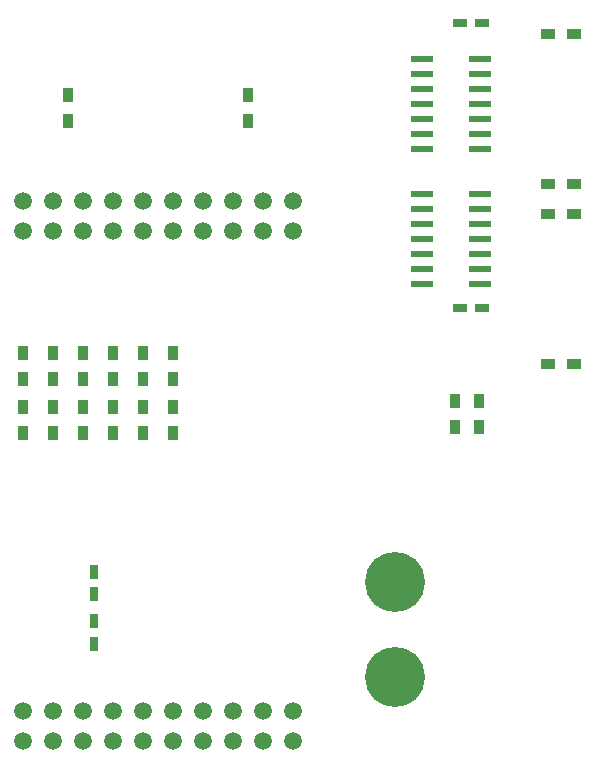
<source format=gbr>
G04 #@! TF.GenerationSoftware,KiCad,Pcbnew,(5.0.0)*
G04 #@! TF.CreationDate,2018-12-17T13:23:09-06:00*
G04 #@! TF.ProjectId,CameraBoard_Hardware,43616D657261426F6172645F48617264,rev?*
G04 #@! TF.SameCoordinates,Original*
G04 #@! TF.FileFunction,Paste,Top*
G04 #@! TF.FilePolarity,Positive*
%FSLAX46Y46*%
G04 Gerber Fmt 4.6, Leading zero omitted, Abs format (unit mm)*
G04 Created by KiCad (PCBNEW (5.0.0)) date 12/17/18 13:23:09*
%MOMM*%
%LPD*%
G01*
G04 APERTURE LIST*
%ADD10R,1.200000X0.900000*%
%ADD11R,1.981200X0.533400*%
%ADD12R,1.200000X0.750000*%
%ADD13R,0.900000X1.200000*%
%ADD14C,5.080000*%
%ADD15C,1.520000*%
%ADD16R,0.750000X1.200000*%
G04 APERTURE END LIST*
D10*
G04 #@! TO.C,R7*
X134280000Y-81762600D03*
X132080000Y-81762600D03*
G04 #@! TD*
D11*
G04 #@! TO.C,U4*
X121412000Y-90170000D03*
X121412000Y-88900000D03*
X121412000Y-87630000D03*
X121412000Y-86360000D03*
X121412000Y-85090000D03*
X121412000Y-83820000D03*
X121412000Y-82550000D03*
X126339600Y-82550000D03*
X126339600Y-83820000D03*
X126339600Y-85090000D03*
X126339600Y-86360000D03*
X126339600Y-87630000D03*
X126339600Y-88900000D03*
X126339600Y-90170000D03*
G04 #@! TD*
D12*
G04 #@! TO.C,C3*
X124592000Y-68072000D03*
X126492000Y-68072000D03*
G04 #@! TD*
G04 #@! TO.C,C4*
X124592000Y-92202000D03*
X126492000Y-92202000D03*
G04 #@! TD*
D13*
G04 #@! TO.C,D1*
X90168106Y-98212000D03*
X90168106Y-96012000D03*
G04 #@! TD*
G04 #@! TO.C,D2*
X87630000Y-96012000D03*
X87630000Y-98212000D03*
G04 #@! TD*
G04 #@! TO.C,D3*
X95250000Y-98212000D03*
X95250000Y-96012000D03*
G04 #@! TD*
G04 #@! TO.C,D4*
X92710000Y-96012000D03*
X92710000Y-98212000D03*
G04 #@! TD*
G04 #@! TO.C,R1*
X90168106Y-100584000D03*
X90168106Y-102784000D03*
G04 #@! TD*
G04 #@! TO.C,R2*
X87630000Y-102784000D03*
X87630000Y-100584000D03*
G04 #@! TD*
G04 #@! TO.C,R3*
X95250000Y-102784000D03*
X95250000Y-100584000D03*
G04 #@! TD*
G04 #@! TO.C,R4*
X92710000Y-100584000D03*
X92710000Y-102784000D03*
G04 #@! TD*
D10*
G04 #@! TO.C,R5*
X134280000Y-97002600D03*
X132080000Y-97002600D03*
G04 #@! TD*
G04 #@! TO.C,R6*
X134280000Y-84302600D03*
X132080000Y-84302600D03*
G04 #@! TD*
G04 #@! TO.C,R8*
X134280000Y-69062600D03*
X132080000Y-69062600D03*
G04 #@! TD*
D13*
G04 #@! TO.C,R9*
X91440000Y-76368000D03*
X91440000Y-74168000D03*
G04 #@! TD*
G04 #@! TO.C,R10*
X106680000Y-74168000D03*
X106680000Y-76368000D03*
G04 #@! TD*
D11*
G04 #@! TO.C,U3*
X126339600Y-78740000D03*
X126339600Y-77470000D03*
X126339600Y-76200000D03*
X126339600Y-74930000D03*
X126339600Y-73660000D03*
X126339600Y-72390000D03*
X126339600Y-71120000D03*
X121412000Y-71120000D03*
X121412000Y-72390000D03*
X121412000Y-73660000D03*
X121412000Y-74930000D03*
X121412000Y-76200000D03*
X121412000Y-77470000D03*
X121412000Y-78740000D03*
G04 #@! TD*
D14*
G04 #@! TO.C,Conn1*
X119126000Y-115443000D03*
X119126000Y-123444000D03*
G04 #@! TD*
D13*
G04 #@! TO.C,D6*
X97790000Y-96012000D03*
X97790000Y-98212000D03*
G04 #@! TD*
G04 #@! TO.C,R11*
X97790000Y-102784000D03*
X97790000Y-100584000D03*
G04 #@! TD*
G04 #@! TO.C,R12*
X126238000Y-100076000D03*
X126238000Y-102276000D03*
G04 #@! TD*
G04 #@! TO.C,R13*
X124206000Y-100076000D03*
X124206000Y-102276000D03*
G04 #@! TD*
D15*
G04 #@! TO.C,U1*
X87630000Y-126338601D03*
X90170000Y-126338601D03*
X92710000Y-126338601D03*
X95250000Y-126338601D03*
X97790000Y-126338601D03*
X100330000Y-126338601D03*
X102870000Y-126338601D03*
X105410000Y-126338601D03*
X107950000Y-126338601D03*
X110490000Y-126338601D03*
X87630000Y-128878601D03*
X90170000Y-128878601D03*
X92710000Y-128878601D03*
X95250000Y-128878601D03*
X97790000Y-128878601D03*
X100330000Y-128878601D03*
X102870000Y-128878601D03*
X105410000Y-128878601D03*
X107950000Y-128878601D03*
X110490000Y-128878601D03*
X87630000Y-85698601D03*
X90170000Y-85698601D03*
X92710000Y-85698601D03*
X95250000Y-85698601D03*
X97790000Y-85698601D03*
X100330000Y-85698601D03*
X102870000Y-85698601D03*
X105410000Y-85698601D03*
X107950000Y-85698601D03*
X110490000Y-85698601D03*
X87630000Y-83158601D03*
X90170000Y-83158601D03*
X92710000Y-83158601D03*
X95250000Y-83158601D03*
X97790000Y-83158601D03*
X100330000Y-83158601D03*
X102870000Y-83158601D03*
X105410000Y-83158601D03*
X107950000Y-83158601D03*
X110490000Y-83158601D03*
G04 #@! TD*
D13*
G04 #@! TO.C,D7*
X100330000Y-96012000D03*
X100330000Y-98212000D03*
G04 #@! TD*
G04 #@! TO.C,R14*
X100330000Y-102784000D03*
X100330000Y-100584000D03*
G04 #@! TD*
D16*
G04 #@! TO.C,C1*
X93599000Y-120650000D03*
X93599000Y-118750000D03*
G04 #@! TD*
G04 #@! TO.C,C2*
X93599000Y-116459000D03*
X93599000Y-114559000D03*
G04 #@! TD*
M02*

</source>
